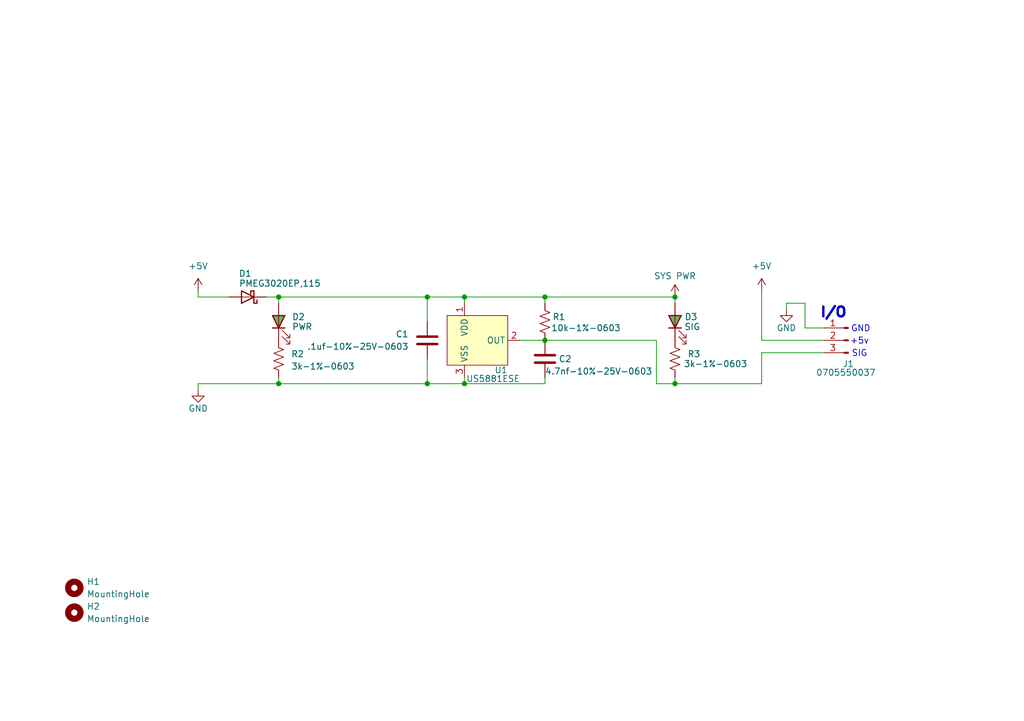
<source format=kicad_sch>
(kicad_sch (version 20231120) (generator "eeschema") (generator_version "8.0")
  (paper "A5")
  (title_block (title "Hall Switch") (date "2024-08-18") (rev "R1") (company "Spartan Robotics"))
  (lib_symbols
    (symbol "Connector:Conn_01x03_Pin" (pin_names (offset 1.016) hide)
      (property "Reference" "J" (at 0 5.08 0))
      (property "Value" "Conn_01x03_Pin" (at 0 -5.08 0))
      (symbol "Conn_01x03_Pin_1_1"
        (polyline (pts (xy 1.27 -2.54) (xy 0.8636 -2.54)) (stroke (width 0.1524)))
        (polyline (pts (xy 1.27 0) (xy 0.8636 0)) (stroke (width 0.1524)))
        (polyline (pts (xy 1.27 2.54) (xy 0.8636 2.54)) (stroke (width 0.1524)))
        (rectangle (start 0.8636 -2.413) (end 0 -2.667) (stroke (width 0.1524)) (fill (type outline)))
        (rectangle (start 0.8636 0.127) (end 0 -0.127) (stroke (width 0.1524)) (fill (type outline)))
        (rectangle (start 0.8636 2.667) (end 0 2.413) (stroke (width 0.1524)) (fill (type outline)))
        (pin passive line (at 5.08 2.54 180) (length 3.81) (name "Pin_1") (number "1"))
        (pin passive line (at 5.08 0 180) (length 3.81) (name "Pin_2") (number "2"))
        (pin passive line (at 5.08 -2.54 180) (length 3.81) (name "Pin_3") (number "3"))
      )
    )
    (symbol "Device:C" (pin_numbers hide) (pin_names (offset 0.254))
      (property "Reference" "C" (at 0.635 2.54 0))
      (property "Value" "C" (at 0.635 -2.54 0))
      (symbol "C_0_1"
        (polyline (pts (xy -2.032 -0.762) (xy 2.032 -0.762)) (stroke (width 0.508)))
        (polyline (pts (xy -2.032 0.762) (xy 2.032 0.762)) (stroke (width 0.508)))
      )
      (symbol "C_1_1"
        (pin passive line (at 0 3.81 270) (length 2.794) (name "~") (number "1"))
        (pin passive line (at 0 -3.81 90) (length 2.794) (name "~") (number "2"))
      )
    )
    (symbol "Device:D_Schottky" (pin_numbers hide) (pin_names (offset 1.016) hide)
      (property "Reference" "D" (at 0 2.54 0))
      (property "Value" "D_Schottky" (at 0 -2.54 0))
      (symbol "D_Schottky_0_1"
        (polyline (pts (xy 1.27 0) (xy -1.27 0)))
        (polyline (pts (xy 1.27 1.27) (xy 1.27 -1.27) (xy -1.27 0) (xy 1.27 1.27)) (stroke (width 0.254)))
        (polyline (pts (xy -1.905 0.635) (xy -1.905 1.27) (xy -1.27 1.27) (xy -1.27 -1.27) (xy -0.635 -1.27) (xy -0.635 -0.635)) (stroke (width 0.254)))
      )
      (symbol "D_Schottky_1_1"
        (pin passive line (at -3.81 0 0) (length 2.54) (name "K") (number "1"))
        (pin passive line (at 3.81 0 180) (length 2.54) (name "A") (number "2"))
      )
    )
    (symbol "Device:R_US" (pin_numbers hide) (pin_names (offset 0))
      (property "Reference" "R" (at 2.54 0 90))
      (property "Value" "R_US" (at -2.54 0 90))
      (symbol "R_US_0_1"
        (polyline (pts (xy 0 -2.286) (xy 0 -2.54)))
        (polyline (pts (xy 0 2.286) (xy 0 2.54)))
        (polyline (pts (xy 0 -0.762) (xy 1.016 -1.143) (xy 0 -1.524) (xy -1.016 -1.905) (xy 0 -2.286)))
        (polyline (pts (xy 0 0.762) (xy 1.016 0.381) (xy 0 0) (xy -1.016 -0.381) (xy 0 -0.762)))
        (polyline (pts (xy 0 2.286) (xy 1.016 1.905) (xy 0 1.524) (xy -1.016 1.143) (xy 0 0.762)))
      )
      (symbol "R_US_1_1"
        (pin passive line (at 0 3.81 270) (length 1.27) (name "~") (number "1"))
        (pin passive line (at 0 -3.81 90) (length 1.27) (name "~") (number "2"))
      )
    )
    (symbol "HallEffect:US5881"
      (property "Reference" "U" (at 7.62 -6.35 0))
      (symbol "US5881_1_1"
        (rectangle (start -6.096 5.08) (end 6.35 -5.08) (fill (type background)))
        (pin input line (at -2.54 7.62 270) (length 2.54) (name "VDD") (number "1"))
        (pin input line (at 8.89 0 180) (length 2.54) (name "OUT") (number "2"))
        (pin input line (at -2.54 -7.62 90) (length 2.54) (name "VSS") (number "3"))
      )
    )
    (symbol "LED_1" (pin_numbers hide) (pin_names (offset 1.016) hide)
      (property "Reference" "D1" (at -0.762 -3.81 90))
      (property "Value" "LED" (at 1.27 -4.318 90))
      (symbol "LED_1_0_1"
        (polyline (pts (xy -1.27 -1.27) (xy -1.27 1.27)) (stroke (width 0.254)))
        (polyline (pts (xy -1.27 0) (xy 1.27 0)))
        (polyline (pts (xy -3.048 -0.762) (xy -4.572 -2.286) (xy -3.81 -2.286) (xy -4.572 -2.286) (xy -4.572 -1.524)))
        (polyline (pts (xy -1.778 -0.762) (xy -3.302 -2.286) (xy -2.54 -2.286) (xy -3.302 -2.286) (xy -3.302 -1.524)))
      )
      (symbol "LED_1_1_1"
        (polyline (pts (xy 1.27 -1.27) (xy 1.27 1.27) (xy -1.27 0) (xy 1.27 -1.27)) (stroke (width 0.254)) (fill (type color) (color 37 136 35 0.66)))
        (pin passive line (at -3.81 0 0) (length 2.54) (name "K") (number "1"))
        (pin passive line (at 3.81 0 180) (length 2.54) (name "A") (number "2"))
      )
    )
    (symbol "Mechanical:MountingHole" (pin_names (offset 1.016)) (exclude_from_sim yes) (in_bom no)
      (property "Reference" "H" (at 0 5.08 0))
      (property "Value" "MountingHole" (at 0 3.175 0))
      (symbol "MountingHole_0_1"
        (circle (center 0 0) (radius 1.27) (stroke (width 1.27)))
      )
    )
    (symbol "power:+5V" (power) (pin_numbers hide) (pin_names (offset 0) hide)
      (property "Value" "+5V" (at 0 3.556 0))
      (symbol "+5V_0_1"
        (polyline (pts (xy -0.762 1.27) (xy 0 2.54)))
        (polyline (pts (xy 0 0) (xy 0 2.54)))
        (polyline (pts (xy 0 2.54) (xy 0.762 1.27)))
      )
      (symbol "+5V_1_1"
        (pin power_in line (at 0 0 90) (length 0) (name "~") (number "1"))
      )
    )
    (symbol "power:+5VD" (power) (pin_numbers hide) (pin_names (offset 0) hide)
      (property "Value" "+5VD" (at 0 3.556 0))
      (symbol "+5VD_0_1"
        (polyline (pts (xy -0.762 1.27) (xy 0 2.54)))
        (polyline (pts (xy 0 0) (xy 0 2.54)))
        (polyline (pts (xy 0 2.54) (xy 0.762 1.27)))
      )
      (symbol "+5VD_1_1"
        (pin power_in line (at 0 0 90) (length 0) (name "~") (number "1"))
      )
    )
    (symbol "power:GND" (power) (pin_numbers hide) (pin_names (offset 0) hide)
      (property "Value" "GND" (at 0 -3.81 0))
      (symbol "GND_0_1"
        (polyline (pts (xy 0 0) (xy 0 -1.27) (xy 1.27 -1.27) (xy 0 -2.54) (xy -1.27 -1.27) (xy 0 -1.27)))
      )
      (symbol "GND_1_1"
        (pin power_in line (at 0 0 270) (length 0) (name "~") (number "1"))
      )
    )
  )
  (junction (at 87.63 78.74))
  (junction (at 111.76 69.85))
  (junction (at 138.43 60.96))
  (junction (at 87.63 60.96))
  (junction (at 111.76 60.96))
  (junction (at 138.43 78.74))
  (junction (at 57.15 78.74))
  (junction (at 95.25 60.96))
  (junction (at 95.25 78.74))
  (junction (at 57.15 60.96))
  (wire (pts (xy 161.29 62.23) (xy 161.29 63.5)))
  (wire (pts (xy 87.63 73.66) (xy 87.63 78.74)))
  (wire (pts (xy 156.21 72.39) (xy 168.91 72.39)))
  (wire (pts (xy 87.63 60.96) (xy 95.25 60.96)))
  (wire (pts (xy 40.64 60.96) (xy 46.99 60.96)))
  (wire (pts (xy 57.15 78.74) (xy 87.63 78.74)))
  (wire (pts (xy 95.25 77.47) (xy 95.25 78.74)))
  (wire (pts (xy 40.64 59.69) (xy 40.64 60.96)))
  (wire (pts (xy 95.25 60.96) (xy 111.76 60.96)))
  (wire (pts (xy 138.43 60.96) (xy 138.43 62.23)))
  (wire (pts (xy 87.63 78.74) (xy 95.25 78.74)))
  (wire (pts (xy 168.91 67.31) (xy 165.1 67.31)))
  (wire (pts (xy 156.21 78.74) (xy 156.21 72.39)))
  (wire (pts (xy 87.63 60.96) (xy 87.63 66.04)))
  (wire (pts (xy 111.76 60.96) (xy 138.43 60.96)))
  (wire (pts (xy 111.76 69.85) (xy 134.62 69.85)))
  (wire (pts (xy 165.1 67.31) (xy 165.1 62.23)))
  (wire (pts (xy 138.43 78.74) (xy 138.43 77.47)))
  (wire (pts (xy 54.61 60.96) (xy 57.15 60.96)))
  (wire (pts (xy 57.15 60.96) (xy 57.15 62.23)))
  (wire (pts (xy 57.15 60.96) (xy 87.63 60.96)))
  (wire (pts (xy 95.25 62.23) (xy 95.25 60.96)))
  (wire (pts (xy 111.76 77.47) (xy 111.76 78.74)))
  (wire (pts (xy 40.64 78.74) (xy 40.64 80.01)))
  (wire (pts (xy 165.1 62.23) (xy 161.29 62.23)))
  (wire (pts (xy 134.62 78.74) (xy 138.43 78.74)))
  (wire (pts (xy 138.43 78.74) (xy 156.21 78.74)))
  (wire (pts (xy 95.25 78.74) (xy 111.76 78.74)))
  (wire (pts (xy 106.68 69.85) (xy 111.76 69.85)))
  (wire (pts (xy 134.62 69.85) (xy 134.62 78.74)))
  (wire (pts (xy 111.76 62.23) (xy 111.76 60.96)))
  (wire (pts (xy 156.21 69.85) (xy 156.21 59.69)))
  (wire (pts (xy 40.64 78.74) (xy 57.15 78.74)))
  (wire (pts (xy 57.15 77.47) (xy 57.15 78.74)))
  (wire (pts (xy 168.91 69.85) (xy 156.21 69.85)))
  (text "GND" (at 176.53 67.564 0) (effects (font (size 1.27 1.27))))
  (text "SIG\n" (at 176.276 72.644 0) (effects (font (size 1.27 1.27))))
  (text "I/O\n" (at 170.942 64.262 0) (effects (font (size 2 2) (thickness 0.6) (bold yes))))
  (text "+5v\n" (at 176.276 70.104 0) (effects (font (size 1.27 1.27))))
  (symbol (lib_id "Device:R_US") (at 57.15 73.66 0) (unit 1)
    (property "Reference" "R2" (at 59.69 72.644 0) (effects (justify left)))
    (property "Value" "3k-1%-0603" (at 59.69 75.184 0) (effects (justify left)))
    (property "Footprint" "Resistor_SMD:R_0603_1608Metric" (effects (hide yes)))
    (property "Description" "Resistor, US symbol" (effects (hide yes)))
    (property "MFG" "Stackpole Electronics Inc" (effects (hide yes)))
    (property "MFG P/N" "ERA-3AEB302VRMCF0603FT3K00" (effects (hide yes)))
    (property "DIST" "DIGIKEY" (effects (hide yes)))
    (property "DIST P/N" "RMCF0603FT3K00CT-ND" (effects (hide yes)))
    (property "LINK" "https://www.digikey.com/en/products/detail/stackpole-electronics-inc/RMCF0603FT3K00/1713988" (effects (hide yes)))
  )
  (symbol (lib_id "Mechanical:MountingHole") (at 15.24 120.65 0) (unit 1) (exclude_from_sim yes) (in_bom no)
    (property "Reference" "H1" (at 17.78 119.3799 0) (effects (justify left)))
    (property "Value" "MountingHole" (at 17.78 121.9199 0) (effects (justify left)))
    (property "Footprint" "MountingHole:MountingHole_2.1mm" (effects (hide yes)))
    (property "Description" "Mounting Hole without connection" (effects (hide yes)))
  )
  (symbol (lib_id "Connector:Conn_01x03_Pin") (at 173.99 69.85 0) (mirror y) (unit 1)
    (property "Reference" "J1" (at 173.99 74.676 0))
    (property "Value" "0705550037" (at 173.482 76.454 0))
    (property "Footprint" "HallEffect:70555-0037" (effects (hide yes)))
    (property "Description" "Generic connector, single row, 01x03, script generated" (effects (hide yes)))
    (property "DIST" "DIGIKEY" (effects (hide yes)))
    (property "DIST P/N" "WM4176-ND" (effects (hide yes)))
    (property "MFG" "MOLEX" (effects (hide yes)))
    (property "MFG P/N" "0705550037" (effects (hide yes)))
    (property "LINK" "https://www.digikey.com/en/products/detail/molex/0705550037/1643410" (effects (hide yes)))
  )
  (symbol (lib_id "Device:R_US") (at 138.43 73.66 0) (unit 1)
    (property "Reference" "R3" (at 140.97 72.644 0) (effects (justify left)))
    (property "Value" "3k-1%-0603" (at 140.208 74.676 0) (effects (justify left)))
    (property "Footprint" "Resistor_SMD:R_0603_1608Metric" (effects (hide yes)))
    (property "Description" "Resistor, US symbol" (effects (hide yes)))
    (property "MFG" "Stackpole Electronics Inc" (effects (hide yes)))
    (property "MFG P/N" "ERA-3AEB302VRMCF0603FT3K00" (effects (hide yes)))
    (property "DIST" "DIGIKEY" (effects (hide yes)))
    (property "DIST P/N" "RMCF0603FT3K00CT-ND" (effects (hide yes)))
    (property "LINK" "https://www.digikey.com/en/products/detail/stackpole-electronics-inc/RMCF0603FT3K00/1713988" (effects (hide yes)))
  )
  (symbol (lib_id "HallEffect:US5881") (at 97.79 69.85 0) (unit 1)
    (property "Reference" "U1" (at 104.14 75.946 0) (effects (justify right)))
    (property "Value" "US5881ESE" (at 106.68 77.724 0) (effects (justify right)))
    (property "Footprint" "Package_TO_SOT_SMD:SOT-23-3" (effects (hide yes)))
    (property "LINK" "https://www.digikey.com/en/products/detail/melexis-technologies-nv/US5881ESE-AAA-000-RE/2139019" (effects (hide yes)))
    (property "DIST" "DIGIKEY" (effects (hide yes)))
    (property "DIST P/N" "US5881ESE-AAA-000-RE" (effects (hide yes)))
    (property "MFG" "Melexis Technologies NV" (effects (hide yes)))
    (property "MFG P/N" "US5881ESE-AAA-000-RECT-ND" (effects (hide yes)))
  )
  (symbol (lib_id "power:GND") (at 161.29 63.5 0) (unit 1)
    (property "Reference" "#PWR03" (effects (hide yes)))
    (property "Value" "GND" (at 161.29 67.31 0))
    (property "Description" "Power symbol creates a global label with name \"GND\" , ground" (effects (hide yes)))
  )
  (symbol (lib_id "power:+5VD") (at 138.43 60.96 0) (unit 1)
    (property "Reference" "#PWR05" (effects (hide yes)))
    (property "Value" "SYS PWR" (at 138.43 56.642 0))
    (property "Description" "Power symbol creates a global label with name \"+5VD\"" (effects (hide yes)))
  )
  (symbol (lib_id "power:+5V") (at 156.21 59.69 0) (unit 1)
    (property "Reference" "#PWR04" (effects (hide yes)))
    (property "Value" "+5V" (at 156.21 54.61 0))
    (property "Description" "Power symbol creates a global label with name \"+5V\"" (effects (hide yes)))
  )
  (symbol (lib_name "LED_1") (lib_id "Device:LED") (at 138.43 66.04 90) (unit 1)
    (property "Reference" "D3" (at 141.732 65.024 90))
    (property "Value" "SIG" (at 141.986 67.056 90))
    (property "Footprint" "LED_SMD:LED_0603_1608Metric" (effects (hide yes)))
    (property "Description" "Light emitting diode" (effects (hide yes)))
    (property "MFG" "Lumex Opto/Components Inc." (effects (hide yes)))
    (property "MFG P/N" "SML-LXFT0603GC-TR" (effects (hide yes)))
    (property "DIST" "DIGIKEY" (effects (hide yes)))
    (property "DIST P/N" "67-SML-LXFT0603GC-TRDKR-ND" (effects (hide yes)))
    (property "LINK" "https://www.digikey.com/en/products/detail/lumex-opto-components-inc/SML-LXFT0603GC-TR/7364530" (effects (hide yes)))
  )
  (symbol (lib_id "Device:C") (at 111.76 73.66 0) (unit 1)
    (property "Reference" "C2" (at 114.554 73.66 0) (effects (justify left)))
    (property "Value" "4.7nf-10%-25V-0603" (at 111.76 76.2 0) (effects (justify left)))
    (property "Footprint" "Capacitor_SMD:C_0603_1608Metric" (effects (hide yes)))
    (property "Description" "Unpolarized capacitor" (effects (hide yes)))
    (property "MFG" "KEMET" (effects (hide yes)))
    (property "MFG P/N" "C0603C472K3RAC7867" (effects (hide yes)))
    (property "DIST" "DIGIKEY" (effects (hide yes)))
    (property "DIST P/N" "399-C0603C472K3RAC7867CT-ND" (effects (hide yes)))
    (property "LINK" "https://www.digikey.com/en/products/detail/kemet/C0603C472K3RAC7867/2200844" (effects (hide yes)))
  )
  (symbol (lib_id "Device:R_US") (at 111.76 66.04 0) (unit 1)
    (property "Reference" "R1" (at 113.284 65.024 0) (effects (justify left)))
    (property "Value" "10k-1%-0603" (at 113.03 67.31 0) (effects (justify left)))
    (property "Footprint" "Resistor_SMD:R_0603_1608Metric" (effects (hide yes)))
    (property "Description" "Resistor, US symbol" (effects (hide yes)))
    (property "MFG" "YAGEO" (effects (hide yes)))
    (property "MFG P/N" "RC0603FR-0710KL" (effects (hide yes)))
    (property "DIST" "DIGIKEY" (effects (hide yes)))
    (property "DIST P/N" "311-10.0KHRCT-ND" (effects (hide yes)))
    (property "LINK" "https://www.digikey.com/en/products/detail/yageo/RC0603FR-0710KL/726880" (effects (hide yes)))
  )
  (symbol (lib_id "power:+5V") (at 40.64 59.69 0) (unit 1)
    (property "Reference" "#PWR01" (effects (hide yes)))
    (property "Value" "+5V" (at 40.64 54.61 0))
    (property "Description" "Power symbol creates a global label with name \"+5V\"" (effects (hide yes)))
  )
  (symbol (lib_id "Device:C") (at 87.63 69.85 0) (unit 1)
    (property "Reference" "C1" (at 83.82 68.5799 0) (effects (justify right)))
    (property "Value" ".1uf-10%-25V-0603" (at 83.82 71.1199 0) (effects (justify right)))
    (property "Footprint" "Capacitor_SMD:C_0603_1608Metric" (effects (hide yes)))
    (property "Description" "Unpolarized capacitor" (effects (hide yes)))
    (property "MFG" "KEMET" (effects (hide yes)))
    (property "MFG P/N" "C0603C104K3RAC7867" (effects (hide yes)))
    (property "DIST" "DIGIKEY" (effects (hide yes)))
    (property "DIST P/N" "399-C0603C104K3RAC7867CT-ND" (effects (hide yes)))
    (property "LINK" "https://www.digikey.com/en/products/detail/kemet/C0603C104K3RAC7867/416044" (effects (hide yes)))
  )
  (symbol (lib_name "LED_1") (lib_id "Device:LED") (at 57.15 66.04 90) (unit 1)
    (property "Reference" "D2" (at 61.214 65.024 90))
    (property "Value" "PWR" (at 61.976 67.056 90))
    (property "Footprint" "LED_SMD:LED_0603_1608Metric" (effects (hide yes)))
    (property "Description" "Light emitting diode" (effects (hide yes)))
    (property "MFG" "Lumex Opto/Components Inc." (effects (hide yes)))
    (property "MFG P/N" "SML-LXFT0603GC-TR" (effects (hide yes)))
    (property "DIST" "DIGIKEY" (effects (hide yes)))
    (property "DIST P/N" "67-SML-LXFT0603GC-TRDKR-ND" (effects (hide yes)))
    (property "LINK" "https://www.digikey.com/en/products/detail/lumex-opto-components-inc/SML-LXFT0603GC-TR/7364530" (effects (hide yes)))
  )
  (symbol (lib_id "Device:D_Schottky") (at 50.8 60.96 180) (unit 1)
    (property "Reference" "D1" (at 50.292 56.134 0))
    (property "Value" "PMEG3020EP,115" (at 57.404 58.166 0))
    (property "Footprint" "Diode_SMD:D_SOD-128" (effects (hide yes)))
    (property "Description" "Schottky diode" (effects (hide yes)))
    (property "LINK" "https://www.digikey.com/en/products/detail/nexperia-usa-inc/PMEG3020EP-115/2228689" (effects (hide yes)))
    (property "DIST P/N" "PMEG3020EP,115" (effects (hide yes)))
    (property "MFG" "Nexperia USA Inc." (effects (hide yes)))
    (property "MFG P/N" "1727-5836-1-ND" (effects (hide yes)))
    (property "DIST" "DIGIKEY" (effects (hide yes)))
  )
  (symbol (lib_id "Mechanical:MountingHole") (at 15.24 125.73 0) (unit 1) (exclude_from_sim yes) (in_bom no)
    (property "Reference" "H2" (at 17.78 124.4599 0) (effects (justify left)))
    (property "Value" "MountingHole" (at 17.78 126.9999 0) (effects (justify left)))
    (property "Footprint" "MountingHole:MountingHole_2.1mm" (effects (hide yes)))
    (property "Description" "Mounting Hole without connection" (effects (hide yes)))
  )
  (symbol (lib_id "power:GND") (at 40.64 80.01 0) (unit 1)
    (property "Reference" "#PWR02" (effects (hide yes)))
    (property "Value" "GND" (at 40.64 83.82 0))
    (property "Description" "Power symbol creates a global label with name \"GND\" , ground" (effects (hide yes)))
  )
)
</source>
